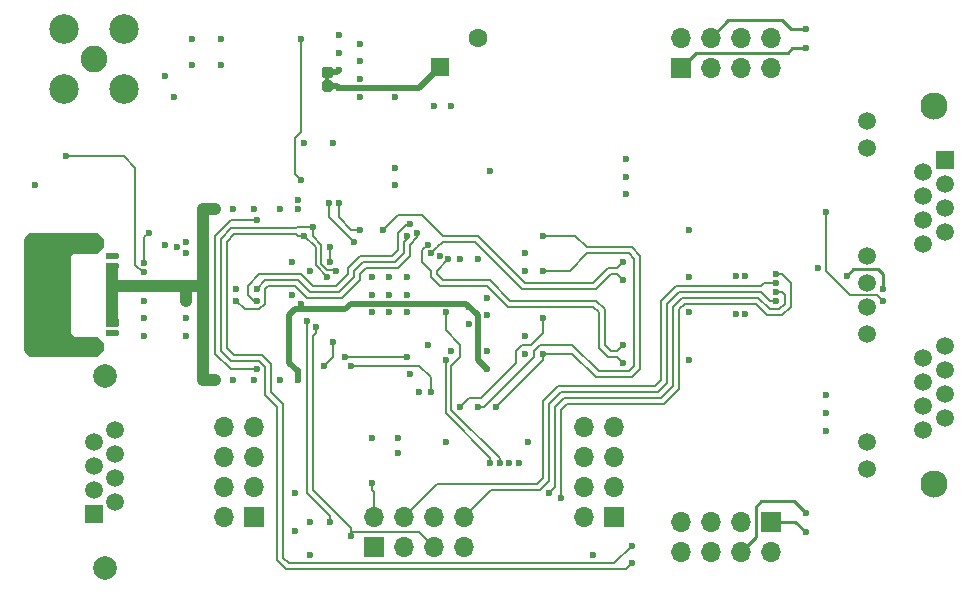
<source format=gbr>
G04 #@! TF.GenerationSoftware,KiCad,Pcbnew,5.1.5*
G04 #@! TF.CreationDate,2020-08-12T23:37:00+02:00*
G04 #@! TF.ProjectId,icE1usb,69634531-7573-4622-9e6b-696361645f70,rev?*
G04 #@! TF.SameCoordinates,Original*
G04 #@! TF.FileFunction,Copper,L4,Bot*
G04 #@! TF.FilePolarity,Positive*
%FSLAX46Y46*%
G04 Gerber Fmt 4.6, Leading zero omitted, Abs format (unit mm)*
G04 Created by KiCad (PCBNEW 5.1.5) date 2020-08-12 23:37:00*
%MOMM*%
%LPD*%
G04 APERTURE LIST*
%ADD10C,0.300000*%
%ADD11C,1.500000*%
%ADD12C,2.300000*%
%ADD13R,1.500000X1.500000*%
%ADD14C,0.100000*%
%ADD15C,1.600000*%
%ADD16R,1.600000X1.600000*%
%ADD17O,1.700000X1.700000*%
%ADD18R,1.700000X1.700000*%
%ADD19C,2.250000*%
%ADD20C,2.500000*%
%ADD21C,2.000000*%
%ADD22O,2.100000X1.000000*%
%ADD23O,1.600000X1.000000*%
%ADD24C,0.600000*%
%ADD25C,0.200000*%
%ADD26C,1.000000*%
%ADD27C,0.250000*%
%ADD28C,0.500000*%
G04 APERTURE END LIST*
D10*
X-16250000Y18450000D02*
X-16250000Y18050000D01*
D11*
X36000000Y-10411000D03*
X34220000Y-9395000D03*
X36000000Y-8379000D03*
X34220000Y-7363000D03*
X34220000Y-11427000D03*
X36000000Y-4315000D03*
X34220000Y-5331000D03*
X36000000Y-6347000D03*
X29400000Y-1015000D03*
X29400000Y-14735000D03*
X29400000Y-12445000D03*
X29400000Y-3305000D03*
X29400000Y1015000D03*
X29400000Y3305000D03*
X29400000Y12445000D03*
X29400000Y14735000D03*
D12*
X35110000Y16005000D03*
X35110000Y-15995000D03*
D11*
X34220000Y4323000D03*
X34220000Y6355000D03*
X34220000Y8387000D03*
X34220000Y10419000D03*
X36000000Y5339000D03*
X36000000Y7371000D03*
X36000000Y9403000D03*
D13*
X36000000Y11435000D03*
G04 #@! TA.AperFunction,SMDPad,CuDef*
D14*
G36*
X-16002946Y18148917D02*
G01*
X-15981105Y18145677D01*
X-15959686Y18140312D01*
X-15938896Y18132873D01*
X-15918936Y18123432D01*
X-15899997Y18112081D01*
X-15882262Y18098927D01*
X-15865901Y18084099D01*
X-15851073Y18067738D01*
X-15837919Y18050003D01*
X-15826568Y18031064D01*
X-15817127Y18011104D01*
X-15809688Y17990314D01*
X-15804323Y17968895D01*
X-15801083Y17947054D01*
X-15800000Y17925000D01*
X-15800000Y17425000D01*
X-15801083Y17402946D01*
X-15804323Y17381105D01*
X-15809688Y17359686D01*
X-15817127Y17338896D01*
X-15826568Y17318936D01*
X-15837919Y17299997D01*
X-15851073Y17282262D01*
X-15865901Y17265901D01*
X-15882262Y17251073D01*
X-15899997Y17237919D01*
X-15918936Y17226568D01*
X-15938896Y17217127D01*
X-15959686Y17209688D01*
X-15981105Y17204323D01*
X-16002946Y17201083D01*
X-16025000Y17200000D01*
X-16475000Y17200000D01*
X-16497054Y17201083D01*
X-16518895Y17204323D01*
X-16540314Y17209688D01*
X-16561104Y17217127D01*
X-16581064Y17226568D01*
X-16600003Y17237919D01*
X-16617738Y17251073D01*
X-16634099Y17265901D01*
X-16648927Y17282262D01*
X-16662081Y17299997D01*
X-16673432Y17318936D01*
X-16682873Y17338896D01*
X-16690312Y17359686D01*
X-16695677Y17381105D01*
X-16698917Y17402946D01*
X-16700000Y17425000D01*
X-16700000Y17925000D01*
X-16698917Y17947054D01*
X-16695677Y17968895D01*
X-16690312Y17990314D01*
X-16682873Y18011104D01*
X-16673432Y18031064D01*
X-16662081Y18050003D01*
X-16648927Y18067738D01*
X-16634099Y18084099D01*
X-16617738Y18098927D01*
X-16600003Y18112081D01*
X-16581064Y18123432D01*
X-16561104Y18132873D01*
X-16540314Y18140312D01*
X-16518895Y18145677D01*
X-16497054Y18148917D01*
X-16475000Y18150000D01*
X-16025000Y18150000D01*
X-16002946Y18148917D01*
G37*
G04 #@! TD.AperFunction*
G04 #@! TA.AperFunction,SMDPad,CuDef*
G36*
X-16002946Y19298917D02*
G01*
X-15981105Y19295677D01*
X-15959686Y19290312D01*
X-15938896Y19282873D01*
X-15918936Y19273432D01*
X-15899997Y19262081D01*
X-15882262Y19248927D01*
X-15865901Y19234099D01*
X-15851073Y19217738D01*
X-15837919Y19200003D01*
X-15826568Y19181064D01*
X-15817127Y19161104D01*
X-15809688Y19140314D01*
X-15804323Y19118895D01*
X-15801083Y19097054D01*
X-15800000Y19075000D01*
X-15800000Y18575000D01*
X-15801083Y18552946D01*
X-15804323Y18531105D01*
X-15809688Y18509686D01*
X-15817127Y18488896D01*
X-15826568Y18468936D01*
X-15837919Y18449997D01*
X-15851073Y18432262D01*
X-15865901Y18415901D01*
X-15882262Y18401073D01*
X-15899997Y18387919D01*
X-15918936Y18376568D01*
X-15938896Y18367127D01*
X-15959686Y18359688D01*
X-15981105Y18354323D01*
X-16002946Y18351083D01*
X-16025000Y18350000D01*
X-16475000Y18350000D01*
X-16497054Y18351083D01*
X-16518895Y18354323D01*
X-16540314Y18359688D01*
X-16561104Y18367127D01*
X-16581064Y18376568D01*
X-16600003Y18387919D01*
X-16617738Y18401073D01*
X-16634099Y18415901D01*
X-16648927Y18432262D01*
X-16662081Y18449997D01*
X-16673432Y18468936D01*
X-16682873Y18488896D01*
X-16690312Y18509686D01*
X-16695677Y18531105D01*
X-16698917Y18552946D01*
X-16700000Y18575000D01*
X-16700000Y19075000D01*
X-16698917Y19097054D01*
X-16695677Y19118895D01*
X-16690312Y19140314D01*
X-16682873Y19161104D01*
X-16673432Y19181064D01*
X-16662081Y19200003D01*
X-16648927Y19217738D01*
X-16634099Y19234099D01*
X-16617738Y19248927D01*
X-16600003Y19262081D01*
X-16581064Y19273432D01*
X-16561104Y19282873D01*
X-16540314Y19290312D01*
X-16518895Y19295677D01*
X-16497054Y19298917D01*
X-16475000Y19300000D01*
X-16025000Y19300000D01*
X-16002946Y19298917D01*
G37*
G04 #@! TD.AperFunction*
D15*
X-3500000Y21700000D03*
D16*
X-6750000Y19250000D03*
D17*
X5460000Y-11190000D03*
X8000000Y-11190000D03*
X5460000Y-13730000D03*
X8000000Y-13730000D03*
X5460000Y-16270000D03*
X8000000Y-16270000D03*
X5460000Y-18810000D03*
D18*
X8000000Y-18810000D03*
D17*
X-25020000Y-11190000D03*
X-22480000Y-11190000D03*
X-25020000Y-13730000D03*
X-22480000Y-13730000D03*
X-25020000Y-16270000D03*
X-22480000Y-16270000D03*
X-25020000Y-18810000D03*
D18*
X-22480000Y-18810000D03*
D19*
X-36000000Y20000000D03*
D20*
X-33460000Y22540000D03*
X-38540000Y22540000D03*
X-38540000Y17460000D03*
X-33460000Y17460000D03*
D17*
X13690000Y-21770000D03*
X13690000Y-19230000D03*
X16230000Y-21770000D03*
X16230000Y-19230000D03*
X18770000Y-21770000D03*
X18770000Y-19230000D03*
X21310000Y-21770000D03*
D18*
X21310000Y-19230000D03*
D17*
X21310000Y21770000D03*
X21310000Y19230000D03*
X18770000Y21770000D03*
X18770000Y19230000D03*
X16230000Y21770000D03*
X16230000Y19230000D03*
X13690000Y21770000D03*
D18*
X13690000Y19230000D03*
D17*
X-4700000Y-18810000D03*
X-4700000Y-21350000D03*
X-7240000Y-18810000D03*
X-7240000Y-21350000D03*
X-9780000Y-18810000D03*
X-9780000Y-21350000D03*
X-12320000Y-18810000D03*
D18*
X-12320000Y-21350000D03*
D21*
X-35110000Y-23140000D03*
X-35110000Y-6880000D03*
D11*
X-34220000Y-11430000D03*
X-34220000Y-13470000D03*
X-34220000Y-15510000D03*
X-34220000Y-17550000D03*
X-36000000Y-12450000D03*
X-36000000Y-14490000D03*
X-36000000Y-16530000D03*
D13*
X-36000000Y-18570000D03*
D22*
X-36720000Y-4320000D03*
X-36720000Y4320000D03*
D23*
X-40900000Y4320000D03*
X-40900000Y-4320000D03*
D24*
X-18500000Y21650000D03*
X-18500000Y9750000D03*
X-12500000Y-15905000D03*
X9500000Y-21250000D03*
X9500000Y-22750000D03*
X-9250000Y-6750000D03*
X-16000000Y-19250000D03*
X-14250000Y-20450000D03*
X3500000Y-17250000D03*
X2500000Y-16750000D03*
X-19000000Y-16750000D03*
X-19000000Y-20000000D03*
X-10250000Y-13365000D03*
X-12500000Y-12095000D03*
X-17750000Y-22000000D03*
X-17750000Y-19250000D03*
X-41000000Y9250000D03*
X-28250000Y-3500000D03*
X-28250000Y-2000000D03*
X-29000000Y4000000D03*
X-28250000Y4500000D03*
X-15750000Y-4000000D03*
X-16500000Y-6000000D03*
X-14750000Y-5250000D03*
X-9500000Y-5250000D03*
X-18000000Y-2250000D03*
X-17250000Y-2750000D03*
X-22250000Y6300000D03*
X-25750000Y7250000D03*
X-24250000Y7250000D03*
X-22500000Y7250000D03*
X-20250000Y7250000D03*
X-18750000Y7250000D03*
X-18750000Y8000000D03*
X-25750000Y-7250000D03*
X-24250000Y-7250000D03*
X-22500000Y-7250000D03*
X-18750000Y-6500000D03*
X-18750000Y-7250000D03*
X-20250000Y-7250000D03*
X26000000Y7000000D03*
X-12500000Y-1500000D03*
X-9500000Y-1500000D03*
X-9500000Y1500000D03*
X-12500000Y1500000D03*
X-9500000Y0D03*
X-11000000Y1500000D03*
X-11000000Y-1500000D03*
X-12500000Y0D03*
X-11000000Y0D03*
X-17500000Y5750000D03*
X-18250000Y5000000D03*
X-16000000Y4000000D03*
X-16000000Y4000000D03*
X-10500000Y16750000D03*
X-15250000Y22000000D03*
X-15250000Y20500000D03*
X-15250000Y19000000D03*
X-15250000Y17500000D03*
X-13500000Y16750000D03*
X-13500000Y19750000D03*
X-13500000Y21250000D03*
X-13500000Y18250000D03*
X-15750000Y12850000D03*
X-18250000Y12850000D03*
X-16100000Y7750000D03*
X-15300000Y7750000D03*
X-27750000Y19450000D03*
X-27750000Y21650000D03*
X-25250000Y21650000D03*
X-25250000Y19450000D03*
X-30000000Y18500000D03*
X-29250000Y16750000D03*
X6200000Y-22000000D03*
X-14000000Y4500000D03*
X-13500000Y5500000D03*
X-2500000Y10500000D03*
X-7250000Y16000000D03*
X-5750000Y16000000D03*
X-10500000Y10750000D03*
X-10500000Y9250000D03*
X-22250000Y-500000D03*
X-24000000Y-500000D03*
X-16250000Y1500000D03*
X-16000000Y2750000D03*
X-15500000Y2000000D03*
X-2450000Y-14250000D03*
X-1650000Y-14250000D03*
X-6250000Y-5500000D03*
X-2000000Y-9500000D03*
X-3500000Y-9500000D03*
X-6250000Y-12500000D03*
X-850000Y-14250000D03*
X750000Y-12500000D03*
X-5000000Y-9500000D03*
X-50000Y-14250000D03*
X-5000000Y3000000D03*
X-3500000Y3000000D03*
X-2750000Y-250000D03*
X-2750000Y-1750000D03*
X-19250000Y2750000D03*
X-19250000Y0D03*
X500000Y3500000D03*
X500000Y2000000D03*
X500000Y-5000000D03*
X500000Y-3500000D03*
X-34125000Y3250000D03*
X-34125000Y-3250000D03*
X-28250000Y3500000D03*
X-31750000Y-500000D03*
X-31750000Y-2000000D03*
X-31750000Y-3500000D03*
X30750000Y500000D03*
X19125000Y1625000D03*
X9000000Y11500000D03*
X9000000Y10000000D03*
X26000000Y-10000000D03*
X26000000Y-11500000D03*
X14325000Y1500000D03*
X14325000Y-5500000D03*
X18375000Y1625000D03*
X27750000Y1625000D03*
X25250000Y2275000D03*
X-34750000Y-3250000D03*
X-34750000Y3250000D03*
X-30000000Y4250000D03*
X-8500000Y-8250000D03*
X-2750000Y-4750000D03*
X-10250000Y-12095000D03*
X-9250000Y6000000D03*
X-8625000Y5250000D03*
X-9500000Y5000000D03*
X-22250000Y500000D03*
X-17750000Y2000000D03*
X-7750000Y-4250000D03*
X-7750000Y-4250000D03*
X-7750000Y-4250000D03*
X-7750000Y-4250000D03*
X9000000Y8500000D03*
X26000000Y-8500000D03*
X18375000Y-1625000D03*
X19125000Y-1625000D03*
X-24000000Y500000D03*
X14325000Y5500000D03*
X14325000Y-1500000D03*
X-14250000Y-6000000D03*
X-4250000Y-2500000D03*
X-5750000Y-4750000D03*
X-4250000Y-1000000D03*
X-18500000Y-750000D03*
X-2750000Y-6250000D03*
X-22250000Y-6300000D03*
X-34125000Y2450000D03*
X-34125000Y-2450000D03*
X-28250000Y-500000D03*
X-34750000Y-2450000D03*
X-34750000Y2450000D03*
X-26750000Y7250000D03*
X-26750000Y-7250000D03*
X24250000Y20875000D03*
X24250000Y22500000D03*
X24250000Y-20125000D03*
X24250000Y-18500000D03*
X21750000Y-500000D03*
X21750000Y1000000D03*
X21750000Y1750000D03*
X30750000Y-500000D03*
X-31750000Y2700000D03*
X-31350000Y5250000D03*
X-31750000Y1900000D03*
X-38350000Y11750000D03*
X2000000Y5000000D03*
X2000000Y-5000000D03*
X2000000Y2000000D03*
X2000000Y-2000000D03*
X-7500000Y-8250000D03*
X8750000Y2750000D03*
X-11500000Y5500000D03*
X-7500000Y3500000D03*
X8750000Y1250000D03*
X-6000000Y3000000D03*
X8750000Y-4250000D03*
X-7750000Y4250000D03*
X8750000Y-5750000D03*
X21750000Y250000D03*
X-6750000Y3250000D03*
X-6250000Y-1500000D03*
D25*
X-9500000Y-5250000D02*
X-14750000Y-5250000D01*
D26*
X-34500000Y750000D02*
X-34500000Y-1750000D01*
X-34500000Y2000000D02*
X-34500000Y750000D01*
X-34500000Y750000D02*
X-28250000Y750000D01*
D27*
X30750000Y1000000D02*
X30750000Y500000D01*
X30750000Y1750000D02*
X30750000Y1000000D01*
X30340000Y2160000D02*
X30750000Y1750000D01*
X27750000Y1625000D02*
X28285000Y2160000D01*
X28285000Y2160000D02*
X30340000Y2160000D01*
D28*
X-34750000Y3250000D02*
X-34125000Y3250000D01*
X-34750000Y-3250000D02*
X-34125000Y-3250000D01*
D25*
X-22000000Y1750000D02*
X-23000000Y750000D01*
X-23000000Y750000D02*
X-23000000Y0D01*
X-9500000Y6000000D02*
X-10250000Y5250000D01*
X-10250000Y5250000D02*
X-10250000Y3750000D01*
X-9250000Y6000000D02*
X-9500000Y6000000D01*
X-15500000Y750000D02*
X-17500000Y750000D01*
X-10750000Y3250000D02*
X-13500000Y3250000D01*
X-10250000Y3750000D02*
X-10750000Y3250000D01*
X-13500000Y3250000D02*
X-14500000Y2250000D01*
X-14500000Y2250000D02*
X-14500000Y1750000D01*
X-22500000Y-500000D02*
X-22250000Y-500000D01*
X-23000000Y0D02*
X-22500000Y-500000D01*
X-14500000Y1750000D02*
X-15500000Y750000D01*
X-17500000Y750000D02*
X-18500000Y1750000D01*
X-18500000Y1750000D02*
X-22000000Y1750000D01*
X-13500000Y1250000D02*
X-13500000Y1750000D01*
X-15000000Y-250000D02*
X-13500000Y1250000D01*
X-24000000Y-500000D02*
X-23250000Y-1250000D01*
X-13000000Y2250000D02*
X-10250000Y2250000D01*
X-10250000Y2250000D02*
X-9250000Y3250000D01*
X-19000000Y750000D02*
X-18000000Y-250000D01*
X-13500000Y1750000D02*
X-13000000Y2250000D01*
X-8625000Y4875000D02*
X-8625000Y5250000D01*
X-9250000Y4250000D02*
X-8625000Y4875000D01*
X-9250000Y3250000D02*
X-9250000Y4250000D01*
X-19000000Y750000D02*
X-21250000Y750000D01*
X-21250000Y750000D02*
X-21500000Y500000D01*
X-21500000Y500000D02*
X-21500000Y-750000D01*
X-21500000Y-750000D02*
X-22000000Y-1250000D01*
X-22000000Y-1250000D02*
X-23250000Y-1250000D01*
X-18000000Y-250000D02*
X-15000000Y-250000D01*
X-9500000Y4750000D02*
X-9500000Y5000000D01*
X-14000000Y1500000D02*
X-14000000Y2000000D01*
X-15250000Y250000D02*
X-14000000Y1500000D01*
X-9750000Y3500000D02*
X-9750000Y4500000D01*
X-22250000Y500000D02*
X-21500000Y1250000D01*
X-17750000Y250000D02*
X-15250000Y250000D01*
X-13250000Y2750000D02*
X-10500000Y2750000D01*
X-18750000Y1250000D02*
X-17750000Y250000D01*
X-21500000Y1250000D02*
X-18750000Y1250000D01*
X-9750000Y4500000D02*
X-9500000Y4750000D01*
X-14000000Y2000000D02*
X-13250000Y2750000D01*
X-10500000Y2750000D02*
X-9750000Y3500000D01*
D28*
X-15425000Y18825000D02*
X-15250000Y19000000D01*
X-16250000Y18825000D02*
X-15425000Y18825000D01*
X-18750000Y-7250000D02*
X-18750000Y-6500000D01*
D25*
X-25750000Y-5000000D02*
X-25750000Y5000000D01*
X-22250000Y-6300000D02*
X-24450000Y-6300000D01*
X-24450000Y-6300000D02*
X-25750000Y-5000000D01*
X-24450000Y6300000D02*
X-22250000Y6300000D01*
X-25750000Y5000000D02*
X-24450000Y6300000D01*
D28*
X-19500000Y-5750000D02*
X-18750000Y-6500000D01*
X-19500000Y-1750000D02*
X-19500000Y-5750000D01*
X-3500000Y-5500000D02*
X-3500000Y-1750000D01*
X-3500000Y-1750000D02*
X-4500000Y-750000D01*
X-19000000Y-1250000D02*
X-19500000Y-1750000D01*
X-2750000Y-6250000D02*
X-3500000Y-5500000D01*
X-4500000Y-750000D02*
X-14250000Y-750000D01*
X-14250000Y-750000D02*
X-14750000Y-1250000D01*
X-18500000Y-750000D02*
X-18500000Y-1250000D01*
X-14750000Y-1250000D02*
X-18500000Y-1250000D01*
X-18500000Y-1250000D02*
X-19000000Y-1250000D01*
D26*
X-28250000Y-500000D02*
X-28250000Y750000D01*
D28*
X-34125000Y2450000D02*
X-34750000Y2450000D01*
X-34750000Y-2450000D02*
X-34125000Y-2450000D01*
X-34750000Y-2000000D02*
X-34500000Y-1750000D01*
X-34750000Y-2450000D02*
X-34750000Y-2000000D01*
X-34125000Y-2125000D02*
X-34500000Y-1750000D01*
X-34125000Y-2450000D02*
X-34125000Y-2125000D01*
X-34125000Y2375000D02*
X-34500000Y2000000D01*
X-34125000Y2450000D02*
X-34125000Y2375000D01*
X-34750000Y2250000D02*
X-34500000Y2000000D01*
X-34750000Y2450000D02*
X-34750000Y2250000D01*
D26*
X-25750000Y7250000D02*
X-26750000Y7250000D01*
X-26750000Y7250000D02*
X-26750000Y-7250000D01*
X-26750000Y-7250000D02*
X-25750000Y-7250000D01*
X-28250000Y750000D02*
X-26750000Y750000D01*
D27*
X13690000Y19230000D02*
X14960000Y20500000D01*
X24250000Y20875000D02*
X23125000Y20875000D01*
X22750000Y20500000D02*
X14960000Y20500000D01*
X23125000Y20875000D02*
X22750000Y20500000D01*
X16230000Y21770000D02*
X17710000Y23250000D01*
X17710000Y23250000D02*
X22250000Y23250000D01*
X23000000Y22500000D02*
X22250000Y23250000D01*
X24250000Y22500000D02*
X23000000Y22500000D01*
X23355000Y-19230000D02*
X24250000Y-20125000D01*
X21310000Y-19230000D02*
X23355000Y-19230000D01*
X20500000Y-17500000D02*
X23250000Y-17500000D01*
X20040000Y-17960000D02*
X20500000Y-17500000D01*
X23250000Y-17500000D02*
X24250000Y-18500000D01*
X18770000Y-21770000D02*
X20040000Y-20500000D01*
X20040000Y-20500000D02*
X20040000Y-17960000D01*
D25*
X21250000Y-500000D02*
X21750000Y-500000D01*
X2500000Y-9250000D02*
X3500000Y-8250000D01*
X1750000Y-16500000D02*
X2500000Y-15750000D01*
X12500000Y-750000D02*
X13500000Y250000D01*
X-4700000Y-18810000D02*
X-2390000Y-16500000D01*
X2500000Y-15750000D02*
X2500000Y-9250000D01*
X13500000Y250000D02*
X20500000Y250000D01*
X20500000Y250000D02*
X21250000Y-500000D01*
X-2390000Y-16500000D02*
X1750000Y-16500000D01*
X3500000Y-8250000D02*
X11750000Y-8250000D01*
X11750000Y-8250000D02*
X12500000Y-7500000D01*
X12500000Y-7500000D02*
X12500000Y-750000D01*
X28000000Y0D02*
X26000000Y2000000D01*
X30750000Y-500000D02*
X30250000Y0D01*
X26000000Y2000000D02*
X26000000Y7000000D01*
X30250000Y0D02*
X28000000Y0D01*
X-17500000Y-3500000D02*
X-17500000Y-16500000D01*
X-17250000Y-2750000D02*
X-17250000Y-3250000D01*
X-14250000Y-19750000D02*
X-14250000Y-20450000D01*
X-17500000Y-16500000D02*
X-14250000Y-19750000D01*
X-17250000Y-3250000D02*
X-17500000Y-3500000D01*
X-11250000Y-20080000D02*
X-14250000Y-20080000D01*
X-7240000Y-21350000D02*
X-8510000Y-20080000D01*
X-8510000Y-20080000D02*
X-11250000Y-20080000D01*
X23000000Y1000000D02*
X22250000Y1750000D01*
X13500000Y-8000000D02*
X13500000Y-1250000D01*
X22250000Y1750000D02*
X21750000Y1750000D01*
X12250000Y-9250000D02*
X13500000Y-8000000D01*
X20000000Y-750000D02*
X21000000Y-1750000D01*
X3500000Y-17250000D02*
X3500000Y-9750000D01*
X3500000Y-9750000D02*
X4000000Y-9250000D01*
X13500000Y-1250000D02*
X14000000Y-750000D01*
X14000000Y-750000D02*
X20000000Y-750000D01*
X21000000Y-1750000D02*
X22250000Y-1750000D01*
X4000000Y-9250000D02*
X12250000Y-9250000D01*
X22250000Y-1750000D02*
X23000000Y-1000000D01*
X23000000Y-1000000D02*
X23000000Y1000000D01*
X-18000000Y-2250000D02*
X-18000000Y-16750000D01*
X-16000000Y-18750000D02*
X-16000000Y-19250000D01*
X-18000000Y-16750000D02*
X-16000000Y-18750000D01*
X-12320000Y-18810000D02*
X-12320000Y-16680000D01*
X-12500000Y-16500000D02*
X-12500000Y-15905000D01*
X-12320000Y-16680000D02*
X-12500000Y-16500000D01*
X21250000Y1000000D02*
X21750000Y1000000D01*
X20750000Y1000000D02*
X21250000Y1000000D01*
X2000000Y-9000000D02*
X3250000Y-7750000D01*
X13250000Y750000D02*
X20500000Y750000D01*
X12000000Y-500000D02*
X13250000Y750000D01*
X-9780000Y-18810000D02*
X-6970000Y-16000000D01*
X-6970000Y-16000000D02*
X1500000Y-16000000D01*
X3250000Y-7750000D02*
X11500000Y-7750000D01*
X11500000Y-7750000D02*
X12000000Y-7250000D01*
X12000000Y-7250000D02*
X12000000Y-500000D01*
X1500000Y-16000000D02*
X2000000Y-15500000D01*
X2000000Y-15500000D02*
X2000000Y-9000000D01*
X20500000Y750000D02*
X20750000Y1000000D01*
X-31750000Y4850000D02*
X-31350000Y5250000D01*
X-31750000Y2700000D02*
X-31750000Y4850000D01*
X-31750000Y1900000D02*
X-31900000Y1900000D01*
X-31900000Y1900000D02*
X-32500000Y2500000D01*
X-32500000Y2500000D02*
X-32500000Y10750000D01*
X-33500000Y11750000D02*
X-38350000Y11750000D01*
X-32500000Y10750000D02*
X-33500000Y11750000D01*
X4750000Y5000000D02*
X2000000Y5000000D01*
X5750000Y4000000D02*
X4750000Y5000000D01*
X10250000Y3250000D02*
X9500000Y4000000D01*
X4500000Y-5000000D02*
X6500000Y-7000000D01*
X9500000Y4000000D02*
X5750000Y4000000D01*
X2000000Y-5000000D02*
X4500000Y-5000000D01*
X10250000Y-6250000D02*
X10250000Y3250000D01*
X6500000Y-7000000D02*
X9500000Y-7000000D01*
X9500000Y-7000000D02*
X10250000Y-6250000D01*
X-2000000Y-9500000D02*
X1500000Y-6000000D01*
X2000000Y-5500000D02*
X2000000Y-5000000D01*
X1500000Y-6000000D02*
X2000000Y-5500000D01*
X-3000000Y-9500000D02*
X-3500000Y-9500000D01*
X1250000Y-5250000D02*
X-3000000Y-9500000D01*
X9750000Y3000000D02*
X9750000Y-6000000D01*
X4250000Y2000000D02*
X5750000Y3500000D01*
X5750000Y3500000D02*
X9250000Y3500000D01*
X2000000Y2000000D02*
X4250000Y2000000D01*
X9750000Y-6000000D02*
X9250000Y-6500000D01*
X6750000Y-6500000D02*
X4500000Y-4250000D01*
X9250000Y-6500000D02*
X6750000Y-6500000D01*
X1250000Y-4750000D02*
X1250000Y-5250000D01*
X4500000Y-4250000D02*
X1750000Y-4250000D01*
X9250000Y3500000D02*
X9750000Y3000000D01*
X1750000Y-4250000D02*
X1250000Y-4750000D01*
X-250000Y-5750000D02*
X-3250000Y-8750000D01*
X-3250000Y-8750000D02*
X-4250000Y-8750000D01*
X2000000Y-3250000D02*
X1000000Y-4250000D01*
X1000000Y-4250000D02*
X250000Y-4250000D01*
X250000Y-4250000D02*
X-250000Y-4750000D01*
X-250000Y-4750000D02*
X-250000Y-5750000D01*
X-4250000Y-8750000D02*
X-5000000Y-9500000D01*
X2000000Y-2000000D02*
X2000000Y-3250000D01*
X-16250000Y1500000D02*
X-17250000Y2500000D01*
X-17250000Y2500000D02*
X-17250000Y4000000D01*
X-18750000Y5000000D02*
X-18250000Y5000000D01*
X-24125000Y5125000D02*
X-18875000Y5125000D01*
X-20000000Y-9250000D02*
X-21000000Y-8250000D01*
X-21750000Y-5125000D02*
X-24125000Y-5125000D01*
X-19500000Y-22750000D02*
X-20000000Y-22250000D01*
X-21000000Y-8250000D02*
X-21000000Y-5875000D01*
X9500000Y-21250000D02*
X8000000Y-22750000D01*
X-20000000Y-22250000D02*
X-20000000Y-9250000D01*
X8000000Y-22750000D02*
X-19500000Y-22750000D01*
X-18875000Y5125000D02*
X-18750000Y5000000D01*
X-21000000Y-5875000D02*
X-21750000Y-5125000D01*
X-24125000Y-5125000D02*
X-24750000Y-4500000D01*
X-24750000Y-4500000D02*
X-24750000Y4500000D01*
X-24750000Y4500000D02*
X-24125000Y5125000D01*
X-17250000Y4000000D02*
X-18250000Y5000000D01*
X-15500000Y2000000D02*
X-15625000Y2125000D01*
X-15625000Y2125000D02*
X-16250000Y2125000D01*
X-16250000Y2125000D02*
X-16750000Y2625000D01*
X-16750000Y2625000D02*
X-16750000Y4250000D01*
X-18875000Y5625000D02*
X-18750000Y5750000D01*
X-24375000Y5625000D02*
X-18875000Y5625000D01*
X-20500000Y-22500000D02*
X-20500000Y-9500000D01*
X-18750000Y5750000D02*
X-17500000Y5750000D01*
X-19750000Y-23250000D02*
X-20500000Y-22500000D01*
X-24375000Y-5625000D02*
X-25250000Y-4750000D01*
X9500000Y-22750000D02*
X9000000Y-23250000D01*
X9000000Y-23250000D02*
X-19750000Y-23250000D01*
X-21500000Y-8500000D02*
X-21500000Y-6125000D01*
X-20500000Y-9500000D02*
X-21500000Y-8500000D01*
X-21500000Y-6125000D02*
X-22000000Y-5625000D01*
X-25250000Y-4750000D02*
X-25250000Y4750000D01*
X-25250000Y4750000D02*
X-24375000Y5625000D01*
X-22000000Y-5625000D02*
X-24375000Y-5625000D01*
X-16750000Y4250000D02*
X-17500000Y5000000D01*
X-17500000Y5000000D02*
X-17500000Y5750000D01*
X-14250000Y-6000000D02*
X-8500000Y-6000000D01*
X-7500000Y-7000000D02*
X-7500000Y-8250000D01*
X-8500000Y-6000000D02*
X-7500000Y-7000000D01*
X7500000Y2250000D02*
X8250000Y2250000D01*
X8250000Y2250000D02*
X8750000Y2750000D01*
X6250000Y1000000D02*
X7500000Y2250000D01*
X-8250000Y6750000D02*
X-6500000Y5000000D01*
X-6500000Y5000000D02*
X-3500000Y5000000D01*
X-10250000Y6750000D02*
X-8250000Y6750000D01*
X-11500000Y5500000D02*
X-10250000Y6750000D01*
X500000Y1000000D02*
X6250000Y1000000D01*
X-3500000Y5000000D02*
X500000Y1000000D01*
X-7000000Y4000000D02*
X-7500000Y3500000D01*
X-3750000Y4500000D02*
X-6500000Y4500000D01*
X8250000Y1750000D02*
X7750000Y1750000D01*
X8750000Y1250000D02*
X8250000Y1750000D01*
X7750000Y1750000D02*
X6500000Y500000D01*
X250000Y500000D02*
X-3750000Y4500000D01*
X-6500000Y4500000D02*
X-7000000Y4000000D01*
X6500000Y500000D02*
X250000Y500000D01*
X7750000Y-4750000D02*
X8250000Y-4750000D01*
X7250000Y-1250000D02*
X7250000Y-4250000D01*
X-7000000Y2000000D02*
X-7000000Y1750000D01*
X-6000000Y3000000D02*
X-7000000Y2000000D01*
X-750000Y-500000D02*
X6500000Y-500000D01*
X-6500000Y1250000D02*
X-2500000Y1250000D01*
X8250000Y-4750000D02*
X8750000Y-4250000D01*
X7250000Y-4250000D02*
X7750000Y-4750000D01*
X-7000000Y1750000D02*
X-6500000Y1250000D01*
X6500000Y-500000D02*
X7250000Y-1250000D01*
X-2500000Y1250000D02*
X-750000Y-500000D01*
X8250000Y-5250000D02*
X8750000Y-5750000D01*
X7500000Y-5250000D02*
X8250000Y-5250000D01*
X-7500000Y1500000D02*
X-6750000Y750000D01*
X-2750000Y750000D02*
X-1000000Y-1000000D01*
X-7500000Y2000000D02*
X-7500000Y1500000D01*
X-8250000Y2750000D02*
X-7500000Y2000000D01*
X-7750000Y4250000D02*
X-8250000Y3750000D01*
X-6750000Y750000D02*
X-2750000Y750000D01*
X6750000Y-1500000D02*
X6750000Y-4500000D01*
X-8250000Y3750000D02*
X-8250000Y2750000D01*
X-1000000Y-1000000D02*
X6250000Y-1000000D01*
X6250000Y-1000000D02*
X6750000Y-1500000D01*
X6750000Y-4500000D02*
X7500000Y-5250000D01*
X-19000000Y10250000D02*
X-18500000Y9750000D01*
X-18500000Y21650000D02*
X-18500000Y13750000D01*
X-19000000Y13250000D02*
X-19000000Y10250000D01*
X-18500000Y13750000D02*
X-19000000Y13250000D01*
X-16000000Y4000000D02*
X-16000000Y2750000D01*
X-15300000Y7750000D02*
X-15300000Y6550000D01*
X-14250000Y5500000D02*
X-13500000Y5500000D01*
X-15300000Y6550000D02*
X-14250000Y5500000D01*
X-16100000Y6600000D02*
X-14000000Y4500000D01*
X-16100000Y7750000D02*
X-16100000Y6600000D01*
X-15750000Y-5250000D02*
X-16500000Y-6000000D01*
X-15750000Y-4000000D02*
X-15750000Y-5250000D01*
X3000000Y-16250000D02*
X2500000Y-16750000D01*
X3000000Y-9500000D02*
X3000000Y-16250000D01*
X22500000Y0D02*
X22500000Y-750000D01*
X22000000Y-1250000D02*
X21250000Y-1250000D01*
X3750000Y-8750000D02*
X3000000Y-9500000D01*
X21750000Y250000D02*
X22250000Y250000D01*
X22500000Y-750000D02*
X22000000Y-1250000D01*
X13750000Y-250000D02*
X13000000Y-1000000D01*
X22250000Y250000D02*
X22500000Y0D01*
X21250000Y-1250000D02*
X20250000Y-250000D01*
X20250000Y-250000D02*
X13750000Y-250000D01*
X13000000Y-1000000D02*
X13000000Y-7750000D01*
X12000000Y-8750000D02*
X3750000Y-8750000D01*
X13000000Y-7750000D02*
X12000000Y-8750000D01*
D28*
X-15425000Y17675000D02*
X-15250000Y17500000D01*
X-16250000Y17675000D02*
X-15425000Y17675000D01*
X-15250000Y17500000D02*
X-8500000Y17500000D01*
X-8500000Y17500000D02*
X-6750000Y19250000D01*
D25*
X-6250000Y-5500000D02*
X-6250000Y-9500000D01*
X-2450000Y-14250000D02*
X-2450000Y-13800000D01*
X-6250000Y-10000000D02*
X-6250000Y-9500000D01*
X-2450000Y-13800000D02*
X-6250000Y-10000000D01*
X-1650000Y-14250000D02*
X-1650000Y-14100000D01*
X-6250000Y-3000000D02*
X-5000000Y-4250000D01*
X-6250000Y-1500000D02*
X-6250000Y-3000000D01*
X-5000000Y-4250000D02*
X-5000000Y-5250000D01*
X-5750000Y-6000000D02*
X-5750000Y-9750000D01*
X-5000000Y-5250000D02*
X-5750000Y-6000000D01*
X-1650000Y-13850000D02*
X-5750000Y-9750000D01*
X-1650000Y-14250000D02*
X-1650000Y-13850000D01*
D27*
G36*
X-35375000Y4698224D02*
G01*
X-35375000Y4051776D01*
X-35801776Y3625000D01*
X-37750000Y3625000D01*
X-37774386Y3622598D01*
X-37797835Y3615485D01*
X-37819446Y3603934D01*
X-37838388Y3588388D01*
X-38088388Y3338388D01*
X-38103934Y3319446D01*
X-38115485Y3297835D01*
X-38122598Y3274386D01*
X-38125000Y3250000D01*
X-38125000Y-3250000D01*
X-38122598Y-3274386D01*
X-38115485Y-3297835D01*
X-38103934Y-3319446D01*
X-38088388Y-3338388D01*
X-37838388Y-3588388D01*
X-37819446Y-3603934D01*
X-37797835Y-3615485D01*
X-37774386Y-3622598D01*
X-37750000Y-3625000D01*
X-35801776Y-3625000D01*
X-35375000Y-4051776D01*
X-35375000Y-4698224D01*
X-35801776Y-5125000D01*
X-41448224Y-5125000D01*
X-41875000Y-4698224D01*
X-41875000Y4698224D01*
X-41448224Y5125000D01*
X-35801776Y5125000D01*
X-35375000Y4698224D01*
G37*
X-35375000Y4698224D02*
X-35375000Y4051776D01*
X-35801776Y3625000D01*
X-37750000Y3625000D01*
X-37774386Y3622598D01*
X-37797835Y3615485D01*
X-37819446Y3603934D01*
X-37838388Y3588388D01*
X-38088388Y3338388D01*
X-38103934Y3319446D01*
X-38115485Y3297835D01*
X-38122598Y3274386D01*
X-38125000Y3250000D01*
X-38125000Y-3250000D01*
X-38122598Y-3274386D01*
X-38115485Y-3297835D01*
X-38103934Y-3319446D01*
X-38088388Y-3338388D01*
X-37838388Y-3588388D01*
X-37819446Y-3603934D01*
X-37797835Y-3615485D01*
X-37774386Y-3622598D01*
X-37750000Y-3625000D01*
X-35801776Y-3625000D01*
X-35375000Y-4051776D01*
X-35375000Y-4698224D01*
X-35801776Y-5125000D01*
X-41448224Y-5125000D01*
X-41875000Y-4698224D01*
X-41875000Y4698224D01*
X-41448224Y5125000D01*
X-35801776Y5125000D01*
X-35375000Y4698224D01*
M02*

</source>
